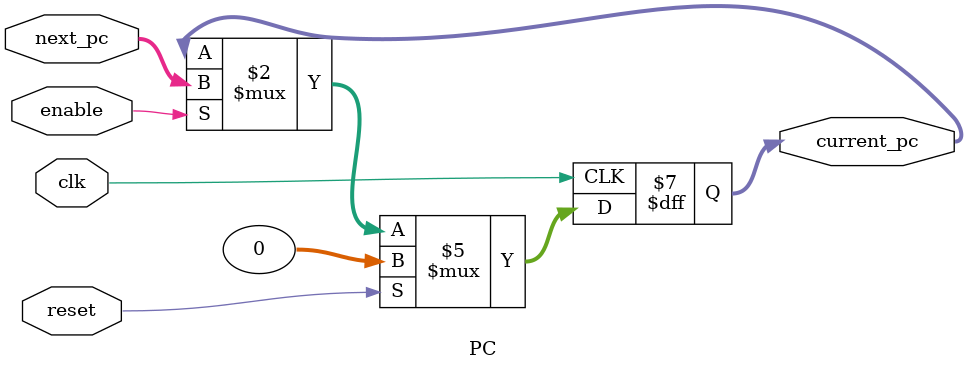
<source format=v>
module PC(
	input reset,
    input clk,
	input enable,
    input [31:0] next_pc,
    output reg [31:0] current_pc
	);

	always @(posedge clk) begin
		if (reset) begin
			current_pc <= 0;
		end
		else if (enable) begin
			current_pc <= next_pc;
		end
	end
endmodule 

</source>
